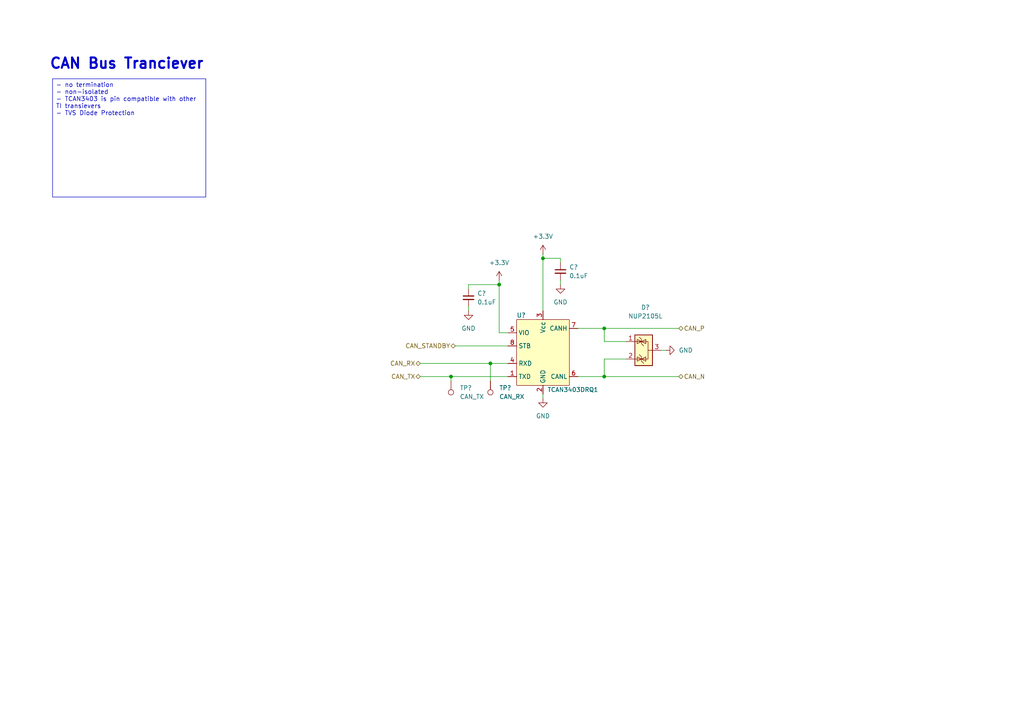
<source format=kicad_sch>
(kicad_sch (version 20250114) (generator "eeschema") (generator_version "9.0")
  (paper "A4")
  (lib_symbols
    (symbol "+3.3V_2" (power) (pin_numbers (hide yes)) (pin_names (offset 0) (hide yes))
      (property "Value" "+3.3V" (at 0 3.556 0))
      (symbol "+3.3V_2_0_1"
        (polyline (pts (xy -0.762 1.27) (xy 0 2.54)))
        (polyline (pts (xy 0 2.54) (xy 0.762 1.27)))
        (polyline (pts (xy 0 0) (xy 0 2.54)))
      )
      (symbol "+3.3V_2_1_1"
        (pin power_in line (at 0 0 90) (length 0) (name "~") (number "1"))
      )
    )
    (symbol "Connector:TestPoint" (pin_numbers (hide yes)) (pin_names (offset 0.762) (hide yes))
      (property "Reference" "TP" (at 0 6.858 0))
      (property "Value" "TestPoint" (at 0 5.08 0))
      (symbol "TestPoint_0_1"
        (circle (center 0 3.302) (radius 0.762))
      )
      (symbol "TestPoint_1_1"
        (pin passive line (at 0 0 90) (length 2.54) (name "1") (number "1"))
      )
    )
    (symbol "Device:C_Small" (pin_numbers (hide yes)) (pin_names (offset 0.254) (hide yes))
      (property "Reference" "C" (at 0.254 1.778 0))
      (property "Value" "C_Small" (at 0.254 -2.032 0))
      (symbol "C_Small_0_1"
        (polyline (pts (xy -1.524 0.508) (xy 1.524 0.508)) (stroke (width 0.3048)))
        (polyline (pts (xy -1.524 -0.508) (xy 1.524 -0.508)) (stroke (width 0.3302)))
      )
      (symbol "C_Small_1_1"
        (pin passive line (at 0 2.54 270) (length 2.032) (name "~") (number "1"))
        (pin passive line (at 0 -2.54 90) (length 2.032) (name "~") (number "2"))
      )
    )
    (symbol "GND_1" (power) (pin_names (offset 0))
      (property "Value" "GND" (at 0 -3.81 0))
      (symbol "GND_1_0_1"
        (polyline (pts (xy 0 0) (xy 0 -1.27) (xy 1.27 -1.27) (xy 0 -2.54) (xy -1.27 -1.27) (xy 0 -1.27)))
      )
      (symbol "GND_1_1_1"
        (pin power_in line (at 0 0 270) (length 0) (hide yes) (name "GND") (number "1"))
      )
    )
    (symbol "GND_2" (power) (pin_names (offset 0))
      (property "Value" "GND" (at 0 -3.81 0))
      (symbol "GND_2_0_1"
        (polyline (pts (xy 0 0) (xy 0 -1.27) (xy 1.27 -1.27) (xy 0 -2.54) (xy -1.27 -1.27) (xy 0 -1.27)))
      )
      (symbol "GND_2_1_1"
        (pin power_in line (at 0 0 270) (length 0) (hide yes) (name "GND") (number "1"))
      )
    )
    (symbol "GND_3" (power) (pin_names (offset 0))
      (property "Value" "GND" (at 0 -3.81 0))
      (symbol "GND_3_0_1"
        (polyline (pts (xy 0 0) (xy 0 -1.27) (xy 1.27 -1.27) (xy 0 -2.54) (xy -1.27 -1.27) (xy 0 -1.27)))
      )
      (symbol "GND_3_1_1"
        (pin power_in line (at 0 0 270) (length 0) (hide yes) (name "GND") (number "1"))
      )
    )
    (symbol "Interface_CAN_LIN:TCAN3403DRQ1"
      (property "Reference" "U" (at -7.62 10.16 0))
      (property "Value" "TCAN3403DRQ1" (at 8.89 -11.43 0))
      (symbol "TCAN3403DRQ1_0_0"
        (pin power_in line (at -10.16 5.08 0) (length 2.54) (name "VIO") (number "5"))
        (pin input line (at -10.16 1.27 0) (length 2.54) (name "STB") (number "8"))
        (pin output line (at -10.16 -3.81 0) (length 2.54) (name "RXD") (number "4"))
        (pin input line (at -10.16 -7.62 0) (length 2.54) (name "TXD") (number "1"))
        (pin power_in line (at 0 11.43 270) (length 2.54) (name "Vcc") (number "3"))
        (pin power_out line (at 0 -12.7 90) (length 2.54) (name "GND") (number "2"))
        (pin bidirectional line (at 10.16 6.35 180) (length 2.54) (name "CANH") (number "7"))
        (pin bidirectional line (at 10.16 -7.62 180) (length 2.54) (name "CANL") (number "6"))
      )
      (symbol "TCAN3403DRQ1_0_1"
        (rectangle (start -7.62 8.89) (end 7.62 -10.16) (fill (type background)))
      )
    )
    (symbol "Power_Protection:NUP2105L" (pin_names (hide yes))
      (property "Reference" "D" (at 5.715 2.54 0))
      (property "Value" "NUP2105L" (at 5.715 0.635 0))
      (symbol "NUP2105L_0_0"
        (pin passive line (at 0 -5.08 90) (length 2.54) (name "A") (number "3"))
      )
      (symbol "NUP2105L_0_1"
        (rectangle (start -4.445 2.54) (end 4.445 -2.54) (stroke (width 0.254)) (fill (type background)))
        (polyline (pts (xy -3.81 1.27) (xy -3.175 0.635) (xy -1.905 0.635) (xy -1.27 0)))
        (polyline (pts (xy -2.54 2.54) (xy -2.54 0.635)))
        (polyline (pts (xy -2.54 0.635) (xy -2.54 -1.27) (xy 2.54 -1.27) (xy 2.54 0.635)))
        (polyline (pts (xy -2.54 0.635) (xy -1.905 -0.635) (xy -3.175 -0.635) (xy -2.54 0.635)))
        (polyline (pts (xy -2.54 0.635) (xy -3.175 1.905) (xy -1.905 1.905) (xy -2.54 0.635) (xy -2.54 1.27)))
        (polyline (pts (xy 0 -1.27) (xy 0 -2.54)))
        (polyline (pts (xy 1.27 1.27) (xy 1.905 0.635) (xy 2.54 0.635) (xy 3.175 0.635) (xy 3.81 0)))
        (polyline (pts (xy 2.54 2.54) (xy 2.54 0.635)))
        (polyline (pts (xy 2.54 0.635) (xy 1.905 -0.635) (xy 3.175 -0.635) (xy 2.54 0.635)))
        (polyline (pts (xy 2.54 0.635) (xy 3.175 1.905) (xy 1.905 1.905) (xy 2.54 0.635)))
      )
      (symbol "NUP2105L_1_1"
        (pin passive line (at -2.54 5.08 270) (length 2.54) (name "K") (number "1"))
        (pin passive line (at 2.54 5.08 270) (length 2.54) (name "K") (number "2"))
      )
    )
    (symbol "power:GND" (power) (pin_names (offset 0))
      (property "Value" "GND" (at 0 -3.81 0))
      (symbol "GND_0_1"
        (polyline (pts (xy 0 0) (xy 0 -1.27) (xy 1.27 -1.27) (xy 0 -2.54) (xy -1.27 -1.27) (xy 0 -1.27)))
      )
      (symbol "GND_1_1"
        (pin power_in line (at 0 0 270) (length 0) (hide yes) (name "GND") (number "1"))
      )
    )
  )
  (text "CAN Bus Tranciever" (at 14.224 20.32 0) (effects (font (size 3 3) (thickness 0.6) (bold yes)) (justify left bottom)))
  (text_box "- no termination\n- non-isolated\n- TCAN3403 is pin compatible with other TI transievers\n- TVS Diode Protection" (at 15.24 22.86 0) (size 44.45 34.29) (margins 0.9525 0.9525 0.9525 0.9525) (effects (font (size 1.27 1.27)) (justify left top)))
  (junction (at 157.48 74.93))
  (junction (at 142.24 105.41))
  (junction (at 175.26 109.22))
  (junction (at 144.78 82.55))
  (junction (at 175.26 95.25))
  (junction (at 130.81 109.22))
  (wire (pts (xy 144.78 96.52) (xy 144.78 82.55)))
  (wire (pts (xy 121.92 109.22) (xy 130.81 109.22)))
  (wire (pts (xy 147.32 96.52) (xy 144.78 96.52)))
  (wire (pts (xy 175.26 109.22) (xy 175.26 104.14)))
  (wire (pts (xy 175.26 109.22) (xy 196.85 109.22)))
  (wire (pts (xy 162.56 82.55) (xy 162.56 81.28)))
  (wire (pts (xy 175.26 95.25) (xy 175.26 99.06)))
  (wire (pts (xy 121.92 105.41) (xy 142.24 105.41)))
  (wire (pts (xy 130.81 109.22) (xy 147.32 109.22)))
  (wire (pts (xy 167.64 109.22) (xy 175.26 109.22)))
  (wire (pts (xy 157.48 74.93) (xy 157.48 90.17)))
  (wire (pts (xy 157.48 74.93) (xy 162.56 74.93)))
  (wire (pts (xy 142.24 105.41) (xy 147.32 105.41)))
  (wire (pts (xy 175.26 99.06) (xy 181.61 99.06)))
  (wire (pts (xy 135.89 82.55) (xy 135.89 83.82)))
  (wire (pts (xy 142.24 105.41) (xy 142.24 110.49)))
  (wire (pts (xy 144.78 82.55) (xy 135.89 82.55)))
  (wire (pts (xy 135.89 88.9) (xy 135.89 90.17)))
  (wire (pts (xy 157.48 114.3) (xy 157.48 115.57)))
  (wire (pts (xy 193.04 101.6) (xy 191.77 101.6)))
  (wire (pts (xy 175.26 104.14) (xy 181.61 104.14)))
  (wire (pts (xy 167.64 95.25) (xy 175.26 95.25)))
  (wire (pts (xy 157.48 73.66) (xy 157.48 74.93)))
  (wire (pts (xy 162.56 76.2) (xy 162.56 74.93)))
  (wire (pts (xy 175.26 95.25) (xy 196.85 95.25)))
  (wire (pts (xy 130.81 109.22) (xy 130.81 110.49)))
  (wire (pts (xy 132.08 100.33) (xy 147.32 100.33)))
  (wire (pts (xy 144.78 81.28) (xy 144.78 82.55)))
  (hierarchical_label "CAN_P" (shape bidirectional) (at 196.85 95.25 0))
  (hierarchical_label "CAN_N" (shape bidirectional) (at 196.85 109.22 0))
  (hierarchical_label "CAN_TX" (shape bidirectional) (at 121.92 109.22 180))
  (hierarchical_label "CAN_STANDBY" (shape bidirectional) (at 132.08 100.33 180))
  (hierarchical_label "CAN_RX" (shape bidirectional) (at 121.92 105.41 180))
  (symbol (lib_id "Connector:TestPoint") (at 142.24 110.49 180) (unit 1)
    (property "Reference" "TP?" (at 144.78 112.5219 0) (effects (justify right)))
    (property "Value" "CAN_RX" (at 144.78 115.0619 0) (effects (justify right)))
    (property "Footprint" "TestPoint:TestPoint_Pad_D1.5mm" (effects (hide yes)))
  )
  (symbol (lib_id "power:GND") (at 162.56 82.55 0) (unit 1)
    (property "Reference" "#PWR?" (effects (hide yes)))
    (property "Value" "GND" (at 162.56 87.63 0))
  )
  (symbol (lib_name "GND_3") (lib_id "power:GND") (at 193.04 101.6 90) (unit 1)
    (property "Reference" "#PWR?" (effects (hide yes)))
    (property "Value" "GND" (at 196.85 101.5999 90) (effects (justify right)))
  )
  (symbol (lib_id "Interface_CAN_LIN:TCAN3403DRQ1") (at 157.48 101.6 0) (unit 1)
    (property "Reference" "U?" (at 149.86 91.44 0) (effects (justify left)))
    (property "Value" "TCAN3403DRQ1" (at 158.75 113.03 0) (effects (justify left)))
    (property "Footprint" "Package_SO:SOIC-8_3.9x4.9mm_P1.27mm" (effects (hide yes)))
  )
  (symbol (lib_id "Device:C_Small") (at 135.89 86.36 0) (unit 1)
    (property "Reference" "C?" (at 138.43 85.0962 0) (effects (justify left)))
    (property "Value" "0.1uF" (at 138.43 87.6362 0) (effects (justify left)))
    (property "Footprint" "Capacitor_SMD:C_0603_1608Metric" (effects (hide yes)))
  )
  (symbol (lib_name "GND_2") (lib_id "power:GND") (at 157.48 115.57 0) (unit 1)
    (property "Reference" "#PWR?" (effects (hide yes)))
    (property "Value" "GND" (at 157.48 120.65 0))
  )
  (symbol (lib_name "GND_1") (lib_id "power:GND") (at 135.89 90.17 0) (unit 1)
    (property "Reference" "#PWR?" (effects (hide yes)))
    (property "Value" "GND" (at 135.89 95.25 0))
  )
  (symbol (lib_name "+3.3V_2") (lib_id "power:+3.3V") (at 144.78 81.28 0) (unit 1)
    (property "Reference" "#PWR050" (effects (hide yes)))
    (property "Value" "+3.3V" (at 144.78 76.2 0))
    (property "Description" "Power symbol creates a global label with name \"+3.3V\"" (effects (hide yes)))
  )
  (symbol (lib_id "Device:C_Small") (at 162.56 78.74 0) (unit 1)
    (property "Reference" "C?" (at 165.1 77.4762 0) (effects (justify left)))
    (property "Value" "0.1uF" (at 165.1 80.0162 0) (effects (justify left)))
    (property "Footprint" "Capacitor_SMD:C_0603_1608Metric" (effects (hide yes)))
  )
  (symbol (lib_name "+3.3V_2") (lib_id "power:+3.3V") (at 157.48 73.66 0) (unit 1)
    (property "Reference" "#PWR047" (effects (hide yes)))
    (property "Value" "+3.3V" (at 157.48 68.58 0))
    (property "Description" "Power symbol creates a global label with name \"+3.3V\"" (effects (hide yes)))
  )
  (symbol (lib_id "Power_Protection:NUP2105L") (at 186.69 101.6 90) (mirror x) (unit 1)
    (property "Reference" "D?" (at 187.198 89.154 90))
    (property "Value" "NUP2105L" (at 187.198 91.694 90))
    (property "Footprint" "Package_TO_SOT_SMD:SOT-23" (effects (hide yes)))
    (property "Datasheet" "http://www.onsemi.com/pub_link/Collateral/NUP2105L-D.PDF" (effects (hide yes)))
  )
  (symbol (lib_id "Connector:TestPoint") (at 130.81 110.49 180) (unit 1)
    (property "Reference" "TP?" (at 133.35 112.5219 0) (effects (justify right)))
    (property "Value" "CAN_TX" (at 133.35 115.0619 0) (effects (justify right)))
    (property "Footprint" "TestPoint:TestPoint_Pad_D1.5mm" (effects (hide yes)))
  )
)
</source>
